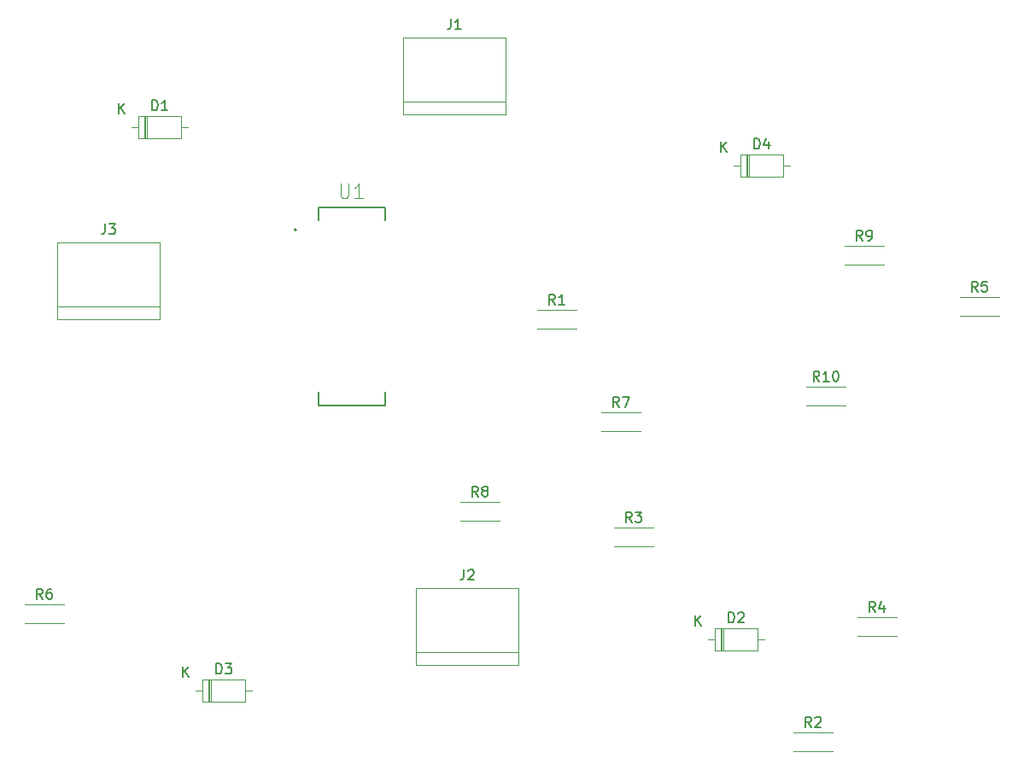
<source format=gbr>
G04 #@! TF.GenerationSoftware,KiCad,Pcbnew,(5.1.5)-3*
G04 #@! TF.CreationDate,2020-05-15T06:38:26+02:00*
G04 #@! TF.ProjectId,Frequency Mixer,46726571-7565-46e6-9379-204d69786572,rev?*
G04 #@! TF.SameCoordinates,Original*
G04 #@! TF.FileFunction,Legend,Top*
G04 #@! TF.FilePolarity,Positive*
%FSLAX46Y46*%
G04 Gerber Fmt 4.6, Leading zero omitted, Abs format (unit mm)*
G04 Created by KiCad (PCBNEW (5.1.5)-3) date 2020-05-15 06:38:26*
%MOMM*%
%LPD*%
G04 APERTURE LIST*
%ADD10C,0.127000*%
%ADD11C,0.200000*%
%ADD12C,0.120000*%
%ADD13C,0.015000*%
%ADD14C,0.150000*%
G04 APERTURE END LIST*
D10*
X99820000Y-92330000D02*
X99820000Y-93670000D01*
X93220000Y-92330000D02*
X93220000Y-93670000D01*
X99820000Y-73970000D02*
X99820000Y-75310000D01*
X93220000Y-73970000D02*
X93220000Y-75310000D01*
D11*
X91020000Y-76220000D02*
G75*
G03X91020000Y-76220000I-100000J0D01*
G01*
D10*
X99820000Y-73970000D02*
X93220000Y-73970000D01*
X93220000Y-93670000D02*
X99820000Y-93670000D01*
D12*
X141590000Y-93630000D02*
X145430000Y-93630000D01*
X141590000Y-91790000D02*
X145430000Y-91790000D01*
X145400000Y-79660000D02*
X149240000Y-79660000D01*
X145400000Y-77820000D02*
X149240000Y-77820000D01*
X107300000Y-105060000D02*
X111140000Y-105060000D01*
X107300000Y-103220000D02*
X111140000Y-103220000D01*
X121270000Y-96170000D02*
X125110000Y-96170000D01*
X121270000Y-94330000D02*
X125110000Y-94330000D01*
X64120000Y-115220000D02*
X67960000Y-115220000D01*
X64120000Y-113380000D02*
X67960000Y-113380000D01*
X156830000Y-84740000D02*
X160670000Y-84740000D01*
X156830000Y-82900000D02*
X160670000Y-82900000D01*
X146670000Y-116490000D02*
X150510000Y-116490000D01*
X146670000Y-114650000D02*
X150510000Y-114650000D01*
X122540000Y-107600000D02*
X126380000Y-107600000D01*
X122540000Y-105760000D02*
X126380000Y-105760000D01*
X140320000Y-127920000D02*
X144160000Y-127920000D01*
X140320000Y-126080000D02*
X144160000Y-126080000D01*
X114920000Y-86010000D02*
X118760000Y-86010000D01*
X114920000Y-84170000D02*
X118760000Y-84170000D01*
X67310000Y-85090000D02*
X77470000Y-85090000D01*
X67310000Y-77470000D02*
X67310000Y-85090000D01*
X77470000Y-77470000D02*
X67310000Y-77470000D01*
X77470000Y-85090000D02*
X77470000Y-77470000D01*
X77470000Y-83820000D02*
X67310000Y-83820000D01*
X102870000Y-119380000D02*
X113030000Y-119380000D01*
X102870000Y-111760000D02*
X102870000Y-119380000D01*
X113030000Y-111760000D02*
X102870000Y-111760000D01*
X113030000Y-119380000D02*
X113030000Y-111760000D01*
X113030000Y-118110000D02*
X102870000Y-118110000D01*
X101600000Y-64770000D02*
X111760000Y-64770000D01*
X101600000Y-57150000D02*
X101600000Y-64770000D01*
X111760000Y-57150000D02*
X101600000Y-57150000D01*
X111760000Y-64770000D02*
X111760000Y-57150000D01*
X111760000Y-63500000D02*
X101600000Y-63500000D01*
X135640000Y-68730000D02*
X135640000Y-70970000D01*
X135880000Y-68730000D02*
X135880000Y-70970000D01*
X135760000Y-68730000D02*
X135760000Y-70970000D01*
X139930000Y-69850000D02*
X139280000Y-69850000D01*
X134390000Y-69850000D02*
X135040000Y-69850000D01*
X139280000Y-68730000D02*
X135040000Y-68730000D01*
X139280000Y-70970000D02*
X139280000Y-68730000D01*
X135040000Y-70970000D02*
X139280000Y-70970000D01*
X135040000Y-68730000D02*
X135040000Y-70970000D01*
X82300000Y-120800000D02*
X82300000Y-123040000D01*
X82540000Y-120800000D02*
X82540000Y-123040000D01*
X82420000Y-120800000D02*
X82420000Y-123040000D01*
X86590000Y-121920000D02*
X85940000Y-121920000D01*
X81050000Y-121920000D02*
X81700000Y-121920000D01*
X85940000Y-120800000D02*
X81700000Y-120800000D01*
X85940000Y-123040000D02*
X85940000Y-120800000D01*
X81700000Y-123040000D02*
X85940000Y-123040000D01*
X81700000Y-120800000D02*
X81700000Y-123040000D01*
X133100000Y-115720000D02*
X133100000Y-117960000D01*
X133340000Y-115720000D02*
X133340000Y-117960000D01*
X133220000Y-115720000D02*
X133220000Y-117960000D01*
X137390000Y-116840000D02*
X136740000Y-116840000D01*
X131850000Y-116840000D02*
X132500000Y-116840000D01*
X136740000Y-115720000D02*
X132500000Y-115720000D01*
X136740000Y-117960000D02*
X136740000Y-115720000D01*
X132500000Y-117960000D02*
X136740000Y-117960000D01*
X132500000Y-115720000D02*
X132500000Y-117960000D01*
X75950000Y-64920000D02*
X75950000Y-67160000D01*
X76190000Y-64920000D02*
X76190000Y-67160000D01*
X76070000Y-64920000D02*
X76070000Y-67160000D01*
X80240000Y-66040000D02*
X79590000Y-66040000D01*
X74700000Y-66040000D02*
X75350000Y-66040000D01*
X79590000Y-64920000D02*
X75350000Y-64920000D01*
X79590000Y-67160000D02*
X79590000Y-64920000D01*
X75350000Y-67160000D02*
X79590000Y-67160000D01*
X75350000Y-64920000D02*
X75350000Y-67160000D01*
D13*
X95398333Y-71664333D02*
X95398333Y-72797666D01*
X95465000Y-72931000D01*
X95531666Y-72997666D01*
X95665000Y-73064333D01*
X95931666Y-73064333D01*
X96065000Y-72997666D01*
X96131666Y-72931000D01*
X96198333Y-72797666D01*
X96198333Y-71664333D01*
X97598333Y-73064333D02*
X96798333Y-73064333D01*
X97198333Y-73064333D02*
X97198333Y-71664333D01*
X97065000Y-71864333D01*
X96931666Y-71997666D01*
X96798333Y-72064333D01*
D14*
X142867142Y-91242380D02*
X142533809Y-90766190D01*
X142295714Y-91242380D02*
X142295714Y-90242380D01*
X142676666Y-90242380D01*
X142771904Y-90290000D01*
X142819523Y-90337619D01*
X142867142Y-90432857D01*
X142867142Y-90575714D01*
X142819523Y-90670952D01*
X142771904Y-90718571D01*
X142676666Y-90766190D01*
X142295714Y-90766190D01*
X143819523Y-91242380D02*
X143248095Y-91242380D01*
X143533809Y-91242380D02*
X143533809Y-90242380D01*
X143438571Y-90385238D01*
X143343333Y-90480476D01*
X143248095Y-90528095D01*
X144438571Y-90242380D02*
X144533809Y-90242380D01*
X144629047Y-90290000D01*
X144676666Y-90337619D01*
X144724285Y-90432857D01*
X144771904Y-90623333D01*
X144771904Y-90861428D01*
X144724285Y-91051904D01*
X144676666Y-91147142D01*
X144629047Y-91194761D01*
X144533809Y-91242380D01*
X144438571Y-91242380D01*
X144343333Y-91194761D01*
X144295714Y-91147142D01*
X144248095Y-91051904D01*
X144200476Y-90861428D01*
X144200476Y-90623333D01*
X144248095Y-90432857D01*
X144295714Y-90337619D01*
X144343333Y-90290000D01*
X144438571Y-90242380D01*
X147153333Y-77272380D02*
X146820000Y-76796190D01*
X146581904Y-77272380D02*
X146581904Y-76272380D01*
X146962857Y-76272380D01*
X147058095Y-76320000D01*
X147105714Y-76367619D01*
X147153333Y-76462857D01*
X147153333Y-76605714D01*
X147105714Y-76700952D01*
X147058095Y-76748571D01*
X146962857Y-76796190D01*
X146581904Y-76796190D01*
X147629523Y-77272380D02*
X147820000Y-77272380D01*
X147915238Y-77224761D01*
X147962857Y-77177142D01*
X148058095Y-77034285D01*
X148105714Y-76843809D01*
X148105714Y-76462857D01*
X148058095Y-76367619D01*
X148010476Y-76320000D01*
X147915238Y-76272380D01*
X147724761Y-76272380D01*
X147629523Y-76320000D01*
X147581904Y-76367619D01*
X147534285Y-76462857D01*
X147534285Y-76700952D01*
X147581904Y-76796190D01*
X147629523Y-76843809D01*
X147724761Y-76891428D01*
X147915238Y-76891428D01*
X148010476Y-76843809D01*
X148058095Y-76796190D01*
X148105714Y-76700952D01*
X109053333Y-102672380D02*
X108720000Y-102196190D01*
X108481904Y-102672380D02*
X108481904Y-101672380D01*
X108862857Y-101672380D01*
X108958095Y-101720000D01*
X109005714Y-101767619D01*
X109053333Y-101862857D01*
X109053333Y-102005714D01*
X109005714Y-102100952D01*
X108958095Y-102148571D01*
X108862857Y-102196190D01*
X108481904Y-102196190D01*
X109624761Y-102100952D02*
X109529523Y-102053333D01*
X109481904Y-102005714D01*
X109434285Y-101910476D01*
X109434285Y-101862857D01*
X109481904Y-101767619D01*
X109529523Y-101720000D01*
X109624761Y-101672380D01*
X109815238Y-101672380D01*
X109910476Y-101720000D01*
X109958095Y-101767619D01*
X110005714Y-101862857D01*
X110005714Y-101910476D01*
X109958095Y-102005714D01*
X109910476Y-102053333D01*
X109815238Y-102100952D01*
X109624761Y-102100952D01*
X109529523Y-102148571D01*
X109481904Y-102196190D01*
X109434285Y-102291428D01*
X109434285Y-102481904D01*
X109481904Y-102577142D01*
X109529523Y-102624761D01*
X109624761Y-102672380D01*
X109815238Y-102672380D01*
X109910476Y-102624761D01*
X109958095Y-102577142D01*
X110005714Y-102481904D01*
X110005714Y-102291428D01*
X109958095Y-102196190D01*
X109910476Y-102148571D01*
X109815238Y-102100952D01*
X123023333Y-93782380D02*
X122690000Y-93306190D01*
X122451904Y-93782380D02*
X122451904Y-92782380D01*
X122832857Y-92782380D01*
X122928095Y-92830000D01*
X122975714Y-92877619D01*
X123023333Y-92972857D01*
X123023333Y-93115714D01*
X122975714Y-93210952D01*
X122928095Y-93258571D01*
X122832857Y-93306190D01*
X122451904Y-93306190D01*
X123356666Y-92782380D02*
X124023333Y-92782380D01*
X123594761Y-93782380D01*
X65873333Y-112832380D02*
X65540000Y-112356190D01*
X65301904Y-112832380D02*
X65301904Y-111832380D01*
X65682857Y-111832380D01*
X65778095Y-111880000D01*
X65825714Y-111927619D01*
X65873333Y-112022857D01*
X65873333Y-112165714D01*
X65825714Y-112260952D01*
X65778095Y-112308571D01*
X65682857Y-112356190D01*
X65301904Y-112356190D01*
X66730476Y-111832380D02*
X66540000Y-111832380D01*
X66444761Y-111880000D01*
X66397142Y-111927619D01*
X66301904Y-112070476D01*
X66254285Y-112260952D01*
X66254285Y-112641904D01*
X66301904Y-112737142D01*
X66349523Y-112784761D01*
X66444761Y-112832380D01*
X66635238Y-112832380D01*
X66730476Y-112784761D01*
X66778095Y-112737142D01*
X66825714Y-112641904D01*
X66825714Y-112403809D01*
X66778095Y-112308571D01*
X66730476Y-112260952D01*
X66635238Y-112213333D01*
X66444761Y-112213333D01*
X66349523Y-112260952D01*
X66301904Y-112308571D01*
X66254285Y-112403809D01*
X158583333Y-82352380D02*
X158250000Y-81876190D01*
X158011904Y-82352380D02*
X158011904Y-81352380D01*
X158392857Y-81352380D01*
X158488095Y-81400000D01*
X158535714Y-81447619D01*
X158583333Y-81542857D01*
X158583333Y-81685714D01*
X158535714Y-81780952D01*
X158488095Y-81828571D01*
X158392857Y-81876190D01*
X158011904Y-81876190D01*
X159488095Y-81352380D02*
X159011904Y-81352380D01*
X158964285Y-81828571D01*
X159011904Y-81780952D01*
X159107142Y-81733333D01*
X159345238Y-81733333D01*
X159440476Y-81780952D01*
X159488095Y-81828571D01*
X159535714Y-81923809D01*
X159535714Y-82161904D01*
X159488095Y-82257142D01*
X159440476Y-82304761D01*
X159345238Y-82352380D01*
X159107142Y-82352380D01*
X159011904Y-82304761D01*
X158964285Y-82257142D01*
X148423333Y-114102380D02*
X148090000Y-113626190D01*
X147851904Y-114102380D02*
X147851904Y-113102380D01*
X148232857Y-113102380D01*
X148328095Y-113150000D01*
X148375714Y-113197619D01*
X148423333Y-113292857D01*
X148423333Y-113435714D01*
X148375714Y-113530952D01*
X148328095Y-113578571D01*
X148232857Y-113626190D01*
X147851904Y-113626190D01*
X149280476Y-113435714D02*
X149280476Y-114102380D01*
X149042380Y-113054761D02*
X148804285Y-113769047D01*
X149423333Y-113769047D01*
X124293333Y-105212380D02*
X123960000Y-104736190D01*
X123721904Y-105212380D02*
X123721904Y-104212380D01*
X124102857Y-104212380D01*
X124198095Y-104260000D01*
X124245714Y-104307619D01*
X124293333Y-104402857D01*
X124293333Y-104545714D01*
X124245714Y-104640952D01*
X124198095Y-104688571D01*
X124102857Y-104736190D01*
X123721904Y-104736190D01*
X124626666Y-104212380D02*
X125245714Y-104212380D01*
X124912380Y-104593333D01*
X125055238Y-104593333D01*
X125150476Y-104640952D01*
X125198095Y-104688571D01*
X125245714Y-104783809D01*
X125245714Y-105021904D01*
X125198095Y-105117142D01*
X125150476Y-105164761D01*
X125055238Y-105212380D01*
X124769523Y-105212380D01*
X124674285Y-105164761D01*
X124626666Y-105117142D01*
X142073333Y-125532380D02*
X141740000Y-125056190D01*
X141501904Y-125532380D02*
X141501904Y-124532380D01*
X141882857Y-124532380D01*
X141978095Y-124580000D01*
X142025714Y-124627619D01*
X142073333Y-124722857D01*
X142073333Y-124865714D01*
X142025714Y-124960952D01*
X141978095Y-125008571D01*
X141882857Y-125056190D01*
X141501904Y-125056190D01*
X142454285Y-124627619D02*
X142501904Y-124580000D01*
X142597142Y-124532380D01*
X142835238Y-124532380D01*
X142930476Y-124580000D01*
X142978095Y-124627619D01*
X143025714Y-124722857D01*
X143025714Y-124818095D01*
X142978095Y-124960952D01*
X142406666Y-125532380D01*
X143025714Y-125532380D01*
X116673333Y-83622380D02*
X116340000Y-83146190D01*
X116101904Y-83622380D02*
X116101904Y-82622380D01*
X116482857Y-82622380D01*
X116578095Y-82670000D01*
X116625714Y-82717619D01*
X116673333Y-82812857D01*
X116673333Y-82955714D01*
X116625714Y-83050952D01*
X116578095Y-83098571D01*
X116482857Y-83146190D01*
X116101904Y-83146190D01*
X117625714Y-83622380D02*
X117054285Y-83622380D01*
X117340000Y-83622380D02*
X117340000Y-82622380D01*
X117244761Y-82765238D01*
X117149523Y-82860476D01*
X117054285Y-82908095D01*
X72056666Y-75652380D02*
X72056666Y-76366666D01*
X72009047Y-76509523D01*
X71913809Y-76604761D01*
X71770952Y-76652380D01*
X71675714Y-76652380D01*
X72437619Y-75652380D02*
X73056666Y-75652380D01*
X72723333Y-76033333D01*
X72866190Y-76033333D01*
X72961428Y-76080952D01*
X73009047Y-76128571D01*
X73056666Y-76223809D01*
X73056666Y-76461904D01*
X73009047Y-76557142D01*
X72961428Y-76604761D01*
X72866190Y-76652380D01*
X72580476Y-76652380D01*
X72485238Y-76604761D01*
X72437619Y-76557142D01*
X107616666Y-109942380D02*
X107616666Y-110656666D01*
X107569047Y-110799523D01*
X107473809Y-110894761D01*
X107330952Y-110942380D01*
X107235714Y-110942380D01*
X108045238Y-110037619D02*
X108092857Y-109990000D01*
X108188095Y-109942380D01*
X108426190Y-109942380D01*
X108521428Y-109990000D01*
X108569047Y-110037619D01*
X108616666Y-110132857D01*
X108616666Y-110228095D01*
X108569047Y-110370952D01*
X107997619Y-110942380D01*
X108616666Y-110942380D01*
X106346666Y-55332380D02*
X106346666Y-56046666D01*
X106299047Y-56189523D01*
X106203809Y-56284761D01*
X106060952Y-56332380D01*
X105965714Y-56332380D01*
X107346666Y-56332380D02*
X106775238Y-56332380D01*
X107060952Y-56332380D02*
X107060952Y-55332380D01*
X106965714Y-55475238D01*
X106870476Y-55570476D01*
X106775238Y-55618095D01*
X136421904Y-68182380D02*
X136421904Y-67182380D01*
X136660000Y-67182380D01*
X136802857Y-67230000D01*
X136898095Y-67325238D01*
X136945714Y-67420476D01*
X136993333Y-67610952D01*
X136993333Y-67753809D01*
X136945714Y-67944285D01*
X136898095Y-68039523D01*
X136802857Y-68134761D01*
X136660000Y-68182380D01*
X136421904Y-68182380D01*
X137850476Y-67515714D02*
X137850476Y-68182380D01*
X137612380Y-67134761D02*
X137374285Y-67849047D01*
X137993333Y-67849047D01*
X133088095Y-68502380D02*
X133088095Y-67502380D01*
X133659523Y-68502380D02*
X133230952Y-67930952D01*
X133659523Y-67502380D02*
X133088095Y-68073809D01*
X83081904Y-120252380D02*
X83081904Y-119252380D01*
X83320000Y-119252380D01*
X83462857Y-119300000D01*
X83558095Y-119395238D01*
X83605714Y-119490476D01*
X83653333Y-119680952D01*
X83653333Y-119823809D01*
X83605714Y-120014285D01*
X83558095Y-120109523D01*
X83462857Y-120204761D01*
X83320000Y-120252380D01*
X83081904Y-120252380D01*
X83986666Y-119252380D02*
X84605714Y-119252380D01*
X84272380Y-119633333D01*
X84415238Y-119633333D01*
X84510476Y-119680952D01*
X84558095Y-119728571D01*
X84605714Y-119823809D01*
X84605714Y-120061904D01*
X84558095Y-120157142D01*
X84510476Y-120204761D01*
X84415238Y-120252380D01*
X84129523Y-120252380D01*
X84034285Y-120204761D01*
X83986666Y-120157142D01*
X79748095Y-120572380D02*
X79748095Y-119572380D01*
X80319523Y-120572380D02*
X79890952Y-120000952D01*
X80319523Y-119572380D02*
X79748095Y-120143809D01*
X133881904Y-115172380D02*
X133881904Y-114172380D01*
X134120000Y-114172380D01*
X134262857Y-114220000D01*
X134358095Y-114315238D01*
X134405714Y-114410476D01*
X134453333Y-114600952D01*
X134453333Y-114743809D01*
X134405714Y-114934285D01*
X134358095Y-115029523D01*
X134262857Y-115124761D01*
X134120000Y-115172380D01*
X133881904Y-115172380D01*
X134834285Y-114267619D02*
X134881904Y-114220000D01*
X134977142Y-114172380D01*
X135215238Y-114172380D01*
X135310476Y-114220000D01*
X135358095Y-114267619D01*
X135405714Y-114362857D01*
X135405714Y-114458095D01*
X135358095Y-114600952D01*
X134786666Y-115172380D01*
X135405714Y-115172380D01*
X130548095Y-115492380D02*
X130548095Y-114492380D01*
X131119523Y-115492380D02*
X130690952Y-114920952D01*
X131119523Y-114492380D02*
X130548095Y-115063809D01*
X76731904Y-64372380D02*
X76731904Y-63372380D01*
X76970000Y-63372380D01*
X77112857Y-63420000D01*
X77208095Y-63515238D01*
X77255714Y-63610476D01*
X77303333Y-63800952D01*
X77303333Y-63943809D01*
X77255714Y-64134285D01*
X77208095Y-64229523D01*
X77112857Y-64324761D01*
X76970000Y-64372380D01*
X76731904Y-64372380D01*
X78255714Y-64372380D02*
X77684285Y-64372380D01*
X77970000Y-64372380D02*
X77970000Y-63372380D01*
X77874761Y-63515238D01*
X77779523Y-63610476D01*
X77684285Y-63658095D01*
X73398095Y-64692380D02*
X73398095Y-63692380D01*
X73969523Y-64692380D02*
X73540952Y-64120952D01*
X73969523Y-63692380D02*
X73398095Y-64263809D01*
M02*

</source>
